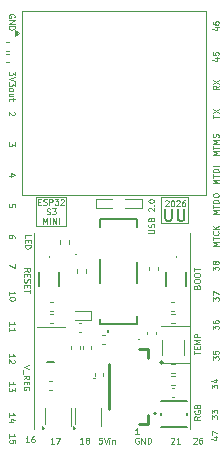
<source format=gbr>
%TF.GenerationSoftware,KiCad,Pcbnew,9.0.7-9.0.7~ubuntu22.04.1*%
%TF.CreationDate,2026-02-12T22:58:37-07:00*%
%TF.ProjectId,ESP32-S3-MINI-1U_UU,45535033-322d-4533-932d-4d494e492d31,rev?*%
%TF.SameCoordinates,Original*%
%TF.FileFunction,Legend,Top*%
%TF.FilePolarity,Positive*%
%FSLAX46Y46*%
G04 Gerber Fmt 4.6, Leading zero omitted, Abs format (unit mm)*
G04 Created by KiCad (PCBNEW 9.0.7-9.0.7~ubuntu22.04.1) date 2026-02-12 22:58:37*
%MOMM*%
%LPD*%
G01*
G04 APERTURE LIST*
%ADD10C,0.100000*%
%ADD11C,0.200000*%
%ADD12C,0.120000*%
%ADD13C,0.127000*%
%ADD14C,0.254000*%
G04 APERTURE END LIST*
D10*
X256140000Y-127000000D02*
X253840000Y-127000000D01*
X245840000Y-124800000D02*
X243240000Y-124800000D01*
X253890000Y-135700000D02*
X256190000Y-135700000D01*
X245840000Y-127200000D02*
X245840000Y-124800000D01*
X253840000Y-124800000D02*
X256140000Y-124800000D01*
X243390000Y-135800000D02*
X245690000Y-135800000D01*
X253890000Y-138800000D02*
X256190000Y-138800000D01*
X256340000Y-127800000D02*
X256340000Y-144400000D01*
X253840000Y-127000000D02*
X253840000Y-124800000D01*
X243240000Y-124800000D02*
X243240000Y-127200000D01*
X243090000Y-127800000D02*
X243090000Y-144400000D01*
X256140000Y-124800000D02*
X256140000Y-127000000D01*
X243240000Y-127200000D02*
X245840000Y-127200000D01*
X240966390Y-143346741D02*
X240966390Y-143061027D01*
X240966390Y-143203884D02*
X241466390Y-143203884D01*
X241466390Y-143203884D02*
X241394961Y-143156265D01*
X241394961Y-143156265D02*
X241347342Y-143108646D01*
X241347342Y-143108646D02*
X241323533Y-143061027D01*
X241299723Y-143775312D02*
X240966390Y-143775312D01*
X241490200Y-143656264D02*
X241133057Y-143537217D01*
X241133057Y-143537217D02*
X241133057Y-143846740D01*
X258733609Y-123615163D02*
X258233609Y-123615163D01*
X258233609Y-123615163D02*
X258590752Y-123448496D01*
X258590752Y-123448496D02*
X258233609Y-123281830D01*
X258233609Y-123281830D02*
X258733609Y-123281830D01*
X258233609Y-123115162D02*
X258233609Y-122829448D01*
X258733609Y-122972305D02*
X258233609Y-122972305D01*
X258733609Y-122662782D02*
X258233609Y-122662782D01*
X258233609Y-122662782D02*
X258233609Y-122543734D01*
X258233609Y-122543734D02*
X258257419Y-122472306D01*
X258257419Y-122472306D02*
X258305038Y-122424687D01*
X258305038Y-122424687D02*
X258352657Y-122400877D01*
X258352657Y-122400877D02*
X258447895Y-122377068D01*
X258447895Y-122377068D02*
X258519323Y-122377068D01*
X258519323Y-122377068D02*
X258614561Y-122400877D01*
X258614561Y-122400877D02*
X258662180Y-122424687D01*
X258662180Y-122424687D02*
X258709800Y-122472306D01*
X258709800Y-122472306D02*
X258733609Y-122543734D01*
X258733609Y-122543734D02*
X258733609Y-122662782D01*
X258733609Y-122162782D02*
X258233609Y-122162782D01*
X241418771Y-117561027D02*
X241442580Y-117584836D01*
X241442580Y-117584836D02*
X241466390Y-117632455D01*
X241466390Y-117632455D02*
X241466390Y-117751503D01*
X241466390Y-117751503D02*
X241442580Y-117799122D01*
X241442580Y-117799122D02*
X241418771Y-117822931D01*
X241418771Y-117822931D02*
X241371152Y-117846741D01*
X241371152Y-117846741D02*
X241323533Y-117846741D01*
X241323533Y-117846741D02*
X241252104Y-117822931D01*
X241252104Y-117822931D02*
X240966390Y-117537217D01*
X240966390Y-117537217D02*
X240966390Y-117846741D01*
X241466390Y-130437217D02*
X241466390Y-130770550D01*
X241466390Y-130770550D02*
X240966390Y-130556265D01*
X258233609Y-138562782D02*
X258233609Y-138253258D01*
X258233609Y-138253258D02*
X258424085Y-138419925D01*
X258424085Y-138419925D02*
X258424085Y-138348496D01*
X258424085Y-138348496D02*
X258447895Y-138300877D01*
X258447895Y-138300877D02*
X258471704Y-138277068D01*
X258471704Y-138277068D02*
X258519323Y-138253258D01*
X258519323Y-138253258D02*
X258638371Y-138253258D01*
X258638371Y-138253258D02*
X258685990Y-138277068D01*
X258685990Y-138277068D02*
X258709800Y-138300877D01*
X258709800Y-138300877D02*
X258733609Y-138348496D01*
X258733609Y-138348496D02*
X258733609Y-138491353D01*
X258733609Y-138491353D02*
X258709800Y-138538972D01*
X258709800Y-138538972D02*
X258685990Y-138562782D01*
X258233609Y-137800878D02*
X258233609Y-138038973D01*
X258233609Y-138038973D02*
X258471704Y-138062782D01*
X258471704Y-138062782D02*
X258447895Y-138038973D01*
X258447895Y-138038973D02*
X258424085Y-137991354D01*
X258424085Y-137991354D02*
X258424085Y-137872306D01*
X258424085Y-137872306D02*
X258447895Y-137824687D01*
X258447895Y-137824687D02*
X258471704Y-137800878D01*
X258471704Y-137800878D02*
X258519323Y-137777068D01*
X258519323Y-137777068D02*
X258638371Y-137777068D01*
X258638371Y-137777068D02*
X258685990Y-137800878D01*
X258685990Y-137800878D02*
X258709800Y-137824687D01*
X258709800Y-137824687D02*
X258733609Y-137872306D01*
X258733609Y-137872306D02*
X258733609Y-137991354D01*
X258733609Y-137991354D02*
X258709800Y-138038973D01*
X258709800Y-138038973D02*
X258685990Y-138062782D01*
X241006390Y-135646741D02*
X241006390Y-135361027D01*
X241006390Y-135503884D02*
X241506390Y-135503884D01*
X241506390Y-135503884D02*
X241434961Y-135456265D01*
X241434961Y-135456265D02*
X241387342Y-135408646D01*
X241387342Y-135408646D02*
X241363533Y-135361027D01*
X241006390Y-136122931D02*
X241006390Y-135837217D01*
X241006390Y-135980074D02*
X241506390Y-135980074D01*
X241506390Y-135980074D02*
X241434961Y-135932455D01*
X241434961Y-135932455D02*
X241387342Y-135884836D01*
X241387342Y-135884836D02*
X241363533Y-135837217D01*
X242686741Y-145533609D02*
X242401027Y-145533609D01*
X242543884Y-145533609D02*
X242543884Y-145033609D01*
X242543884Y-145033609D02*
X242496265Y-145105038D01*
X242496265Y-145105038D02*
X242448646Y-145152657D01*
X242448646Y-145152657D02*
X242401027Y-145176466D01*
X243115312Y-145033609D02*
X243020074Y-145033609D01*
X243020074Y-145033609D02*
X242972455Y-145057419D01*
X242972455Y-145057419D02*
X242948645Y-145081228D01*
X242948645Y-145081228D02*
X242901026Y-145152657D01*
X242901026Y-145152657D02*
X242877217Y-145247895D01*
X242877217Y-145247895D02*
X242877217Y-145438371D01*
X242877217Y-145438371D02*
X242901026Y-145485990D01*
X242901026Y-145485990D02*
X242924836Y-145509800D01*
X242924836Y-145509800D02*
X242972455Y-145533609D01*
X242972455Y-145533609D02*
X243067693Y-145533609D01*
X243067693Y-145533609D02*
X243115312Y-145509800D01*
X243115312Y-145509800D02*
X243139121Y-145485990D01*
X243139121Y-145485990D02*
X243162931Y-145438371D01*
X243162931Y-145438371D02*
X243162931Y-145319323D01*
X243162931Y-145319323D02*
X243139121Y-145271704D01*
X243139121Y-145271704D02*
X243115312Y-145247895D01*
X243115312Y-145247895D02*
X243067693Y-145224085D01*
X243067693Y-145224085D02*
X242972455Y-145224085D01*
X242972455Y-145224085D02*
X242924836Y-145247895D01*
X242924836Y-145247895D02*
X242901026Y-145271704D01*
X242901026Y-145271704D02*
X242877217Y-145319323D01*
X241466390Y-125622931D02*
X241466390Y-125384836D01*
X241466390Y-125384836D02*
X241228295Y-125361027D01*
X241228295Y-125361027D02*
X241252104Y-125384836D01*
X241252104Y-125384836D02*
X241275914Y-125432455D01*
X241275914Y-125432455D02*
X241275914Y-125551503D01*
X241275914Y-125551503D02*
X241252104Y-125599122D01*
X241252104Y-125599122D02*
X241228295Y-125622931D01*
X241228295Y-125622931D02*
X241180676Y-125646741D01*
X241180676Y-125646741D02*
X241061628Y-125646741D01*
X241061628Y-125646741D02*
X241014009Y-125622931D01*
X241014009Y-125622931D02*
X240990200Y-125599122D01*
X240990200Y-125599122D02*
X240966390Y-125551503D01*
X240966390Y-125551503D02*
X240966390Y-125432455D01*
X240966390Y-125432455D02*
X240990200Y-125384836D01*
X240990200Y-125384836D02*
X241014009Y-125361027D01*
X242266390Y-131070550D02*
X242504485Y-130903884D01*
X242266390Y-130784836D02*
X242766390Y-130784836D01*
X242766390Y-130784836D02*
X242766390Y-130975312D01*
X242766390Y-130975312D02*
X242742580Y-131022931D01*
X242742580Y-131022931D02*
X242718771Y-131046741D01*
X242718771Y-131046741D02*
X242671152Y-131070550D01*
X242671152Y-131070550D02*
X242599723Y-131070550D01*
X242599723Y-131070550D02*
X242552104Y-131046741D01*
X242552104Y-131046741D02*
X242528295Y-131022931D01*
X242528295Y-131022931D02*
X242504485Y-130975312D01*
X242504485Y-130975312D02*
X242504485Y-130784836D01*
X242528295Y-131284836D02*
X242528295Y-131451503D01*
X242266390Y-131522931D02*
X242266390Y-131284836D01*
X242266390Y-131284836D02*
X242766390Y-131284836D01*
X242766390Y-131284836D02*
X242766390Y-131522931D01*
X242290200Y-131713408D02*
X242266390Y-131784836D01*
X242266390Y-131784836D02*
X242266390Y-131903884D01*
X242266390Y-131903884D02*
X242290200Y-131951503D01*
X242290200Y-131951503D02*
X242314009Y-131975312D01*
X242314009Y-131975312D02*
X242361628Y-131999122D01*
X242361628Y-131999122D02*
X242409247Y-131999122D01*
X242409247Y-131999122D02*
X242456866Y-131975312D01*
X242456866Y-131975312D02*
X242480676Y-131951503D01*
X242480676Y-131951503D02*
X242504485Y-131903884D01*
X242504485Y-131903884D02*
X242528295Y-131808646D01*
X242528295Y-131808646D02*
X242552104Y-131761027D01*
X242552104Y-131761027D02*
X242575914Y-131737217D01*
X242575914Y-131737217D02*
X242623533Y-131713408D01*
X242623533Y-131713408D02*
X242671152Y-131713408D01*
X242671152Y-131713408D02*
X242718771Y-131737217D01*
X242718771Y-131737217D02*
X242742580Y-131761027D01*
X242742580Y-131761027D02*
X242766390Y-131808646D01*
X242766390Y-131808646D02*
X242766390Y-131927693D01*
X242766390Y-131927693D02*
X242742580Y-131999122D01*
X242528295Y-132213407D02*
X242528295Y-132380074D01*
X242266390Y-132451502D02*
X242266390Y-132213407D01*
X242266390Y-132213407D02*
X242766390Y-132213407D01*
X242766390Y-132213407D02*
X242766390Y-132451502D01*
X242766390Y-132594360D02*
X242766390Y-132880074D01*
X242266390Y-132737217D02*
X242766390Y-132737217D01*
X256601027Y-145181228D02*
X256624836Y-145157419D01*
X256624836Y-145157419D02*
X256672455Y-145133609D01*
X256672455Y-145133609D02*
X256791503Y-145133609D01*
X256791503Y-145133609D02*
X256839122Y-145157419D01*
X256839122Y-145157419D02*
X256862931Y-145181228D01*
X256862931Y-145181228D02*
X256886741Y-145228847D01*
X256886741Y-145228847D02*
X256886741Y-145276466D01*
X256886741Y-145276466D02*
X256862931Y-145347895D01*
X256862931Y-145347895D02*
X256577217Y-145633609D01*
X256577217Y-145633609D02*
X256886741Y-145633609D01*
X257315312Y-145133609D02*
X257220074Y-145133609D01*
X257220074Y-145133609D02*
X257172455Y-145157419D01*
X257172455Y-145157419D02*
X257148645Y-145181228D01*
X257148645Y-145181228D02*
X257101026Y-145252657D01*
X257101026Y-145252657D02*
X257077217Y-145347895D01*
X257077217Y-145347895D02*
X257077217Y-145538371D01*
X257077217Y-145538371D02*
X257101026Y-145585990D01*
X257101026Y-145585990D02*
X257124836Y-145609800D01*
X257124836Y-145609800D02*
X257172455Y-145633609D01*
X257172455Y-145633609D02*
X257267693Y-145633609D01*
X257267693Y-145633609D02*
X257315312Y-145609800D01*
X257315312Y-145609800D02*
X257339121Y-145585990D01*
X257339121Y-145585990D02*
X257362931Y-145538371D01*
X257362931Y-145538371D02*
X257362931Y-145419323D01*
X257362931Y-145419323D02*
X257339121Y-145371704D01*
X257339121Y-145371704D02*
X257315312Y-145347895D01*
X257315312Y-145347895D02*
X257267693Y-145324085D01*
X257267693Y-145324085D02*
X257172455Y-145324085D01*
X257172455Y-145324085D02*
X257124836Y-145347895D01*
X257124836Y-145347895D02*
X257101026Y-145371704D01*
X257101026Y-145371704D02*
X257077217Y-145419323D01*
X258400276Y-113000877D02*
X258733609Y-113000877D01*
X258209800Y-113119925D02*
X258566942Y-113238972D01*
X258566942Y-113238972D02*
X258566942Y-112929449D01*
X258233609Y-112500878D02*
X258233609Y-112738973D01*
X258233609Y-112738973D02*
X258471704Y-112762782D01*
X258471704Y-112762782D02*
X258447895Y-112738973D01*
X258447895Y-112738973D02*
X258424085Y-112691354D01*
X258424085Y-112691354D02*
X258424085Y-112572306D01*
X258424085Y-112572306D02*
X258447895Y-112524687D01*
X258447895Y-112524687D02*
X258471704Y-112500878D01*
X258471704Y-112500878D02*
X258519323Y-112477068D01*
X258519323Y-112477068D02*
X258638371Y-112477068D01*
X258638371Y-112477068D02*
X258685990Y-112500878D01*
X258685990Y-112500878D02*
X258709800Y-112524687D01*
X258709800Y-112524687D02*
X258733609Y-112572306D01*
X258733609Y-112572306D02*
X258733609Y-112691354D01*
X258733609Y-112691354D02*
X258709800Y-112738973D01*
X258709800Y-112738973D02*
X258685990Y-112762782D01*
X258400276Y-110400877D02*
X258733609Y-110400877D01*
X258209800Y-110519925D02*
X258566942Y-110638972D01*
X258566942Y-110638972D02*
X258566942Y-110329449D01*
X258233609Y-109924687D02*
X258233609Y-110019925D01*
X258233609Y-110019925D02*
X258257419Y-110067544D01*
X258257419Y-110067544D02*
X258281228Y-110091354D01*
X258281228Y-110091354D02*
X258352657Y-110138973D01*
X258352657Y-110138973D02*
X258447895Y-110162782D01*
X258447895Y-110162782D02*
X258638371Y-110162782D01*
X258638371Y-110162782D02*
X258685990Y-110138973D01*
X258685990Y-110138973D02*
X258709800Y-110115163D01*
X258709800Y-110115163D02*
X258733609Y-110067544D01*
X258733609Y-110067544D02*
X258733609Y-109972306D01*
X258733609Y-109972306D02*
X258709800Y-109924687D01*
X258709800Y-109924687D02*
X258685990Y-109900878D01*
X258685990Y-109900878D02*
X258638371Y-109877068D01*
X258638371Y-109877068D02*
X258519323Y-109877068D01*
X258519323Y-109877068D02*
X258471704Y-109900878D01*
X258471704Y-109900878D02*
X258447895Y-109924687D01*
X258447895Y-109924687D02*
X258424085Y-109972306D01*
X258424085Y-109972306D02*
X258424085Y-110067544D01*
X258424085Y-110067544D02*
X258447895Y-110115163D01*
X258447895Y-110115163D02*
X258471704Y-110138973D01*
X258471704Y-110138973D02*
X258519323Y-110162782D01*
X258733609Y-121215163D02*
X258233609Y-121215163D01*
X258233609Y-121215163D02*
X258590752Y-121048496D01*
X258590752Y-121048496D02*
X258233609Y-120881830D01*
X258233609Y-120881830D02*
X258733609Y-120881830D01*
X258233609Y-120715162D02*
X258233609Y-120429448D01*
X258733609Y-120572305D02*
X258233609Y-120572305D01*
X258733609Y-120262782D02*
X258233609Y-120262782D01*
X258233609Y-120262782D02*
X258590752Y-120096115D01*
X258590752Y-120096115D02*
X258233609Y-119929449D01*
X258233609Y-119929449D02*
X258733609Y-119929449D01*
X258709800Y-119715162D02*
X258733609Y-119643734D01*
X258733609Y-119643734D02*
X258733609Y-119524686D01*
X258733609Y-119524686D02*
X258709800Y-119477067D01*
X258709800Y-119477067D02*
X258685990Y-119453258D01*
X258685990Y-119453258D02*
X258638371Y-119429448D01*
X258638371Y-119429448D02*
X258590752Y-119429448D01*
X258590752Y-119429448D02*
X258543133Y-119453258D01*
X258543133Y-119453258D02*
X258519323Y-119477067D01*
X258519323Y-119477067D02*
X258495514Y-119524686D01*
X258495514Y-119524686D02*
X258471704Y-119619924D01*
X258471704Y-119619924D02*
X258447895Y-119667543D01*
X258447895Y-119667543D02*
X258424085Y-119691353D01*
X258424085Y-119691353D02*
X258376466Y-119715162D01*
X258376466Y-119715162D02*
X258328847Y-119715162D01*
X258328847Y-119715162D02*
X258281228Y-119691353D01*
X258281228Y-119691353D02*
X258257419Y-119667543D01*
X258257419Y-119667543D02*
X258233609Y-119619924D01*
X258233609Y-119619924D02*
X258233609Y-119500877D01*
X258233609Y-119500877D02*
X258257419Y-119429448D01*
X251946741Y-144833609D02*
X251661027Y-144833609D01*
X251803884Y-144833609D02*
X251803884Y-144333609D01*
X251803884Y-144333609D02*
X251756265Y-144405038D01*
X251756265Y-144405038D02*
X251708646Y-144452657D01*
X251708646Y-144452657D02*
X251661027Y-144476466D01*
X258300276Y-145100877D02*
X258633609Y-145100877D01*
X258109800Y-145219925D02*
X258466942Y-145338972D01*
X258466942Y-145338972D02*
X258466942Y-145029449D01*
X258133609Y-144886592D02*
X258133609Y-144553259D01*
X258133609Y-144553259D02*
X258633609Y-144767544D01*
X241466390Y-120137217D02*
X241466390Y-120446741D01*
X241466390Y-120446741D02*
X241275914Y-120280074D01*
X241275914Y-120280074D02*
X241275914Y-120351503D01*
X241275914Y-120351503D02*
X241252104Y-120399122D01*
X241252104Y-120399122D02*
X241228295Y-120422931D01*
X241228295Y-120422931D02*
X241180676Y-120446741D01*
X241180676Y-120446741D02*
X241061628Y-120446741D01*
X241061628Y-120446741D02*
X241014009Y-120422931D01*
X241014009Y-120422931D02*
X240990200Y-120399122D01*
X240990200Y-120399122D02*
X240966390Y-120351503D01*
X240966390Y-120351503D02*
X240966390Y-120208646D01*
X240966390Y-120208646D02*
X240990200Y-120161027D01*
X240990200Y-120161027D02*
X241014009Y-120137217D01*
X241006390Y-133046741D02*
X241006390Y-132761027D01*
X241006390Y-132903884D02*
X241506390Y-132903884D01*
X241506390Y-132903884D02*
X241434961Y-132856265D01*
X241434961Y-132856265D02*
X241387342Y-132808646D01*
X241387342Y-132808646D02*
X241363533Y-132761027D01*
X241506390Y-133356264D02*
X241506390Y-133403883D01*
X241506390Y-133403883D02*
X241482580Y-133451502D01*
X241482580Y-133451502D02*
X241458771Y-133475312D01*
X241458771Y-133475312D02*
X241411152Y-133499121D01*
X241411152Y-133499121D02*
X241315914Y-133522931D01*
X241315914Y-133522931D02*
X241196866Y-133522931D01*
X241196866Y-133522931D02*
X241101628Y-133499121D01*
X241101628Y-133499121D02*
X241054009Y-133475312D01*
X241054009Y-133475312D02*
X241030200Y-133451502D01*
X241030200Y-133451502D02*
X241006390Y-133403883D01*
X241006390Y-133403883D02*
X241006390Y-133356264D01*
X241006390Y-133356264D02*
X241030200Y-133308645D01*
X241030200Y-133308645D02*
X241054009Y-133284836D01*
X241054009Y-133284836D02*
X241101628Y-133261026D01*
X241101628Y-133261026D02*
X241196866Y-133237217D01*
X241196866Y-133237217D02*
X241315914Y-133237217D01*
X241315914Y-133237217D02*
X241411152Y-133261026D01*
X241411152Y-133261026D02*
X241458771Y-133284836D01*
X241458771Y-133284836D02*
X241482580Y-133308645D01*
X241482580Y-133308645D02*
X241506390Y-133356264D01*
X240966390Y-138346741D02*
X240966390Y-138061027D01*
X240966390Y-138203884D02*
X241466390Y-138203884D01*
X241466390Y-138203884D02*
X241394961Y-138156265D01*
X241394961Y-138156265D02*
X241347342Y-138108646D01*
X241347342Y-138108646D02*
X241323533Y-138061027D01*
X241418771Y-138537217D02*
X241442580Y-138561026D01*
X241442580Y-138561026D02*
X241466390Y-138608645D01*
X241466390Y-138608645D02*
X241466390Y-138727693D01*
X241466390Y-138727693D02*
X241442580Y-138775312D01*
X241442580Y-138775312D02*
X241418771Y-138799121D01*
X241418771Y-138799121D02*
X241371152Y-138822931D01*
X241371152Y-138822931D02*
X241323533Y-138822931D01*
X241323533Y-138822931D02*
X241252104Y-138799121D01*
X241252104Y-138799121D02*
X240966390Y-138513407D01*
X240966390Y-138513407D02*
X240966390Y-138822931D01*
X254701027Y-145181228D02*
X254724836Y-145157419D01*
X254724836Y-145157419D02*
X254772455Y-145133609D01*
X254772455Y-145133609D02*
X254891503Y-145133609D01*
X254891503Y-145133609D02*
X254939122Y-145157419D01*
X254939122Y-145157419D02*
X254962931Y-145181228D01*
X254962931Y-145181228D02*
X254986741Y-145228847D01*
X254986741Y-145228847D02*
X254986741Y-145276466D01*
X254986741Y-145276466D02*
X254962931Y-145347895D01*
X254962931Y-145347895D02*
X254677217Y-145633609D01*
X254677217Y-145633609D02*
X254986741Y-145633609D01*
X255462931Y-145633609D02*
X255177217Y-145633609D01*
X255320074Y-145633609D02*
X255320074Y-145133609D01*
X255320074Y-145133609D02*
X255272455Y-145205038D01*
X255272455Y-145205038D02*
X255224836Y-145252657D01*
X255224836Y-145252657D02*
X255177217Y-145276466D01*
X247286741Y-145633609D02*
X247001027Y-145633609D01*
X247143884Y-145633609D02*
X247143884Y-145133609D01*
X247143884Y-145133609D02*
X247096265Y-145205038D01*
X247096265Y-145205038D02*
X247048646Y-145252657D01*
X247048646Y-145252657D02*
X247001027Y-145276466D01*
X247572455Y-145347895D02*
X247524836Y-145324085D01*
X247524836Y-145324085D02*
X247501026Y-145300276D01*
X247501026Y-145300276D02*
X247477217Y-145252657D01*
X247477217Y-145252657D02*
X247477217Y-145228847D01*
X247477217Y-145228847D02*
X247501026Y-145181228D01*
X247501026Y-145181228D02*
X247524836Y-145157419D01*
X247524836Y-145157419D02*
X247572455Y-145133609D01*
X247572455Y-145133609D02*
X247667693Y-145133609D01*
X247667693Y-145133609D02*
X247715312Y-145157419D01*
X247715312Y-145157419D02*
X247739121Y-145181228D01*
X247739121Y-145181228D02*
X247762931Y-145228847D01*
X247762931Y-145228847D02*
X247762931Y-145252657D01*
X247762931Y-145252657D02*
X247739121Y-145300276D01*
X247739121Y-145300276D02*
X247715312Y-145324085D01*
X247715312Y-145324085D02*
X247667693Y-145347895D01*
X247667693Y-145347895D02*
X247572455Y-145347895D01*
X247572455Y-145347895D02*
X247524836Y-145371704D01*
X247524836Y-145371704D02*
X247501026Y-145395514D01*
X247501026Y-145395514D02*
X247477217Y-145443133D01*
X247477217Y-145443133D02*
X247477217Y-145538371D01*
X247477217Y-145538371D02*
X247501026Y-145585990D01*
X247501026Y-145585990D02*
X247524836Y-145609800D01*
X247524836Y-145609800D02*
X247572455Y-145633609D01*
X247572455Y-145633609D02*
X247667693Y-145633609D01*
X247667693Y-145633609D02*
X247715312Y-145609800D01*
X247715312Y-145609800D02*
X247739121Y-145585990D01*
X247739121Y-145585990D02*
X247762931Y-145538371D01*
X247762931Y-145538371D02*
X247762931Y-145443133D01*
X247762931Y-145443133D02*
X247739121Y-145395514D01*
X247739121Y-145395514D02*
X247715312Y-145371704D01*
X247715312Y-145371704D02*
X247667693Y-145347895D01*
X258733609Y-126215163D02*
X258233609Y-126215163D01*
X258233609Y-126215163D02*
X258590752Y-126048496D01*
X258590752Y-126048496D02*
X258233609Y-125881830D01*
X258233609Y-125881830D02*
X258733609Y-125881830D01*
X258233609Y-125715162D02*
X258233609Y-125429448D01*
X258733609Y-125572305D02*
X258233609Y-125572305D01*
X258733609Y-125262782D02*
X258233609Y-125262782D01*
X258233609Y-125262782D02*
X258233609Y-125143734D01*
X258233609Y-125143734D02*
X258257419Y-125072306D01*
X258257419Y-125072306D02*
X258305038Y-125024687D01*
X258305038Y-125024687D02*
X258352657Y-125000877D01*
X258352657Y-125000877D02*
X258447895Y-124977068D01*
X258447895Y-124977068D02*
X258519323Y-124977068D01*
X258519323Y-124977068D02*
X258614561Y-125000877D01*
X258614561Y-125000877D02*
X258662180Y-125024687D01*
X258662180Y-125024687D02*
X258709800Y-125072306D01*
X258709800Y-125072306D02*
X258733609Y-125143734D01*
X258733609Y-125143734D02*
X258733609Y-125262782D01*
X258233609Y-124667544D02*
X258233609Y-124572306D01*
X258233609Y-124572306D02*
X258257419Y-124524687D01*
X258257419Y-124524687D02*
X258305038Y-124477068D01*
X258305038Y-124477068D02*
X258400276Y-124453258D01*
X258400276Y-124453258D02*
X258566942Y-124453258D01*
X258566942Y-124453258D02*
X258662180Y-124477068D01*
X258662180Y-124477068D02*
X258709800Y-124524687D01*
X258709800Y-124524687D02*
X258733609Y-124572306D01*
X258733609Y-124572306D02*
X258733609Y-124667544D01*
X258733609Y-124667544D02*
X258709800Y-124715163D01*
X258709800Y-124715163D02*
X258662180Y-124762782D01*
X258662180Y-124762782D02*
X258566942Y-124786591D01*
X258566942Y-124786591D02*
X258400276Y-124786591D01*
X258400276Y-124786591D02*
X258305038Y-124762782D01*
X258305038Y-124762782D02*
X258257419Y-124715163D01*
X258257419Y-124715163D02*
X258233609Y-124667544D01*
X258233609Y-133562782D02*
X258233609Y-133253258D01*
X258233609Y-133253258D02*
X258424085Y-133419925D01*
X258424085Y-133419925D02*
X258424085Y-133348496D01*
X258424085Y-133348496D02*
X258447895Y-133300877D01*
X258447895Y-133300877D02*
X258471704Y-133277068D01*
X258471704Y-133277068D02*
X258519323Y-133253258D01*
X258519323Y-133253258D02*
X258638371Y-133253258D01*
X258638371Y-133253258D02*
X258685990Y-133277068D01*
X258685990Y-133277068D02*
X258709800Y-133300877D01*
X258709800Y-133300877D02*
X258733609Y-133348496D01*
X258733609Y-133348496D02*
X258733609Y-133491353D01*
X258733609Y-133491353D02*
X258709800Y-133538972D01*
X258709800Y-133538972D02*
X258685990Y-133562782D01*
X258233609Y-133086592D02*
X258233609Y-132753259D01*
X258233609Y-132753259D02*
X258733609Y-132967544D01*
X241471362Y-114137217D02*
X241471362Y-114446741D01*
X241471362Y-114446741D02*
X241280886Y-114280074D01*
X241280886Y-114280074D02*
X241280886Y-114351503D01*
X241280886Y-114351503D02*
X241257076Y-114399122D01*
X241257076Y-114399122D02*
X241233267Y-114422931D01*
X241233267Y-114422931D02*
X241185648Y-114446741D01*
X241185648Y-114446741D02*
X241066600Y-114446741D01*
X241066600Y-114446741D02*
X241018981Y-114422931D01*
X241018981Y-114422931D02*
X240995172Y-114399122D01*
X240995172Y-114399122D02*
X240971362Y-114351503D01*
X240971362Y-114351503D02*
X240971362Y-114208646D01*
X240971362Y-114208646D02*
X240995172Y-114161027D01*
X240995172Y-114161027D02*
X241018981Y-114137217D01*
X241471362Y-114589598D02*
X240971362Y-114756264D01*
X240971362Y-114756264D02*
X241471362Y-114922931D01*
X241471362Y-115041978D02*
X241471362Y-115351502D01*
X241471362Y-115351502D02*
X241280886Y-115184835D01*
X241280886Y-115184835D02*
X241280886Y-115256264D01*
X241280886Y-115256264D02*
X241257076Y-115303883D01*
X241257076Y-115303883D02*
X241233267Y-115327692D01*
X241233267Y-115327692D02*
X241185648Y-115351502D01*
X241185648Y-115351502D02*
X241066600Y-115351502D01*
X241066600Y-115351502D02*
X241018981Y-115327692D01*
X241018981Y-115327692D02*
X240995172Y-115303883D01*
X240995172Y-115303883D02*
X240971362Y-115256264D01*
X240971362Y-115256264D02*
X240971362Y-115113407D01*
X240971362Y-115113407D02*
X240995172Y-115065788D01*
X240995172Y-115065788D02*
X241018981Y-115041978D01*
X240971362Y-115637216D02*
X240995172Y-115589597D01*
X240995172Y-115589597D02*
X241018981Y-115565787D01*
X241018981Y-115565787D02*
X241066600Y-115541978D01*
X241066600Y-115541978D02*
X241209457Y-115541978D01*
X241209457Y-115541978D02*
X241257076Y-115565787D01*
X241257076Y-115565787D02*
X241280886Y-115589597D01*
X241280886Y-115589597D02*
X241304695Y-115637216D01*
X241304695Y-115637216D02*
X241304695Y-115708644D01*
X241304695Y-115708644D02*
X241280886Y-115756263D01*
X241280886Y-115756263D02*
X241257076Y-115780073D01*
X241257076Y-115780073D02*
X241209457Y-115803882D01*
X241209457Y-115803882D02*
X241066600Y-115803882D01*
X241066600Y-115803882D02*
X241018981Y-115780073D01*
X241018981Y-115780073D02*
X240995172Y-115756263D01*
X240995172Y-115756263D02*
X240971362Y-115708644D01*
X240971362Y-115708644D02*
X240971362Y-115637216D01*
X241304695Y-116232454D02*
X240971362Y-116232454D01*
X241304695Y-116018168D02*
X241042791Y-116018168D01*
X241042791Y-116018168D02*
X240995172Y-116041978D01*
X240995172Y-116041978D02*
X240971362Y-116089597D01*
X240971362Y-116089597D02*
X240971362Y-116161025D01*
X240971362Y-116161025D02*
X240995172Y-116208644D01*
X240995172Y-116208644D02*
X241018981Y-116232454D01*
X241304695Y-116399121D02*
X241304695Y-116589597D01*
X241471362Y-116470549D02*
X241042791Y-116470549D01*
X241042791Y-116470549D02*
X240995172Y-116494359D01*
X240995172Y-116494359D02*
X240971362Y-116541978D01*
X240971362Y-116541978D02*
X240971362Y-116589597D01*
X254201027Y-125081228D02*
X254224836Y-125057419D01*
X254224836Y-125057419D02*
X254272455Y-125033609D01*
X254272455Y-125033609D02*
X254391503Y-125033609D01*
X254391503Y-125033609D02*
X254439122Y-125057419D01*
X254439122Y-125057419D02*
X254462931Y-125081228D01*
X254462931Y-125081228D02*
X254486741Y-125128847D01*
X254486741Y-125128847D02*
X254486741Y-125176466D01*
X254486741Y-125176466D02*
X254462931Y-125247895D01*
X254462931Y-125247895D02*
X254177217Y-125533609D01*
X254177217Y-125533609D02*
X254486741Y-125533609D01*
X254796264Y-125033609D02*
X254843883Y-125033609D01*
X254843883Y-125033609D02*
X254891502Y-125057419D01*
X254891502Y-125057419D02*
X254915312Y-125081228D01*
X254915312Y-125081228D02*
X254939121Y-125128847D01*
X254939121Y-125128847D02*
X254962931Y-125224085D01*
X254962931Y-125224085D02*
X254962931Y-125343133D01*
X254962931Y-125343133D02*
X254939121Y-125438371D01*
X254939121Y-125438371D02*
X254915312Y-125485990D01*
X254915312Y-125485990D02*
X254891502Y-125509800D01*
X254891502Y-125509800D02*
X254843883Y-125533609D01*
X254843883Y-125533609D02*
X254796264Y-125533609D01*
X254796264Y-125533609D02*
X254748645Y-125509800D01*
X254748645Y-125509800D02*
X254724836Y-125485990D01*
X254724836Y-125485990D02*
X254701026Y-125438371D01*
X254701026Y-125438371D02*
X254677217Y-125343133D01*
X254677217Y-125343133D02*
X254677217Y-125224085D01*
X254677217Y-125224085D02*
X254701026Y-125128847D01*
X254701026Y-125128847D02*
X254724836Y-125081228D01*
X254724836Y-125081228D02*
X254748645Y-125057419D01*
X254748645Y-125057419D02*
X254796264Y-125033609D01*
X255153407Y-125081228D02*
X255177216Y-125057419D01*
X255177216Y-125057419D02*
X255224835Y-125033609D01*
X255224835Y-125033609D02*
X255343883Y-125033609D01*
X255343883Y-125033609D02*
X255391502Y-125057419D01*
X255391502Y-125057419D02*
X255415311Y-125081228D01*
X255415311Y-125081228D02*
X255439121Y-125128847D01*
X255439121Y-125128847D02*
X255439121Y-125176466D01*
X255439121Y-125176466D02*
X255415311Y-125247895D01*
X255415311Y-125247895D02*
X255129597Y-125533609D01*
X255129597Y-125533609D02*
X255439121Y-125533609D01*
X255867692Y-125033609D02*
X255772454Y-125033609D01*
X255772454Y-125033609D02*
X255724835Y-125057419D01*
X255724835Y-125057419D02*
X255701025Y-125081228D01*
X255701025Y-125081228D02*
X255653406Y-125152657D01*
X255653406Y-125152657D02*
X255629597Y-125247895D01*
X255629597Y-125247895D02*
X255629597Y-125438371D01*
X255629597Y-125438371D02*
X255653406Y-125485990D01*
X255653406Y-125485990D02*
X255677216Y-125509800D01*
X255677216Y-125509800D02*
X255724835Y-125533609D01*
X255724835Y-125533609D02*
X255820073Y-125533609D01*
X255820073Y-125533609D02*
X255867692Y-125509800D01*
X255867692Y-125509800D02*
X255891501Y-125485990D01*
X255891501Y-125485990D02*
X255915311Y-125438371D01*
X255915311Y-125438371D02*
X255915311Y-125319323D01*
X255915311Y-125319323D02*
X255891501Y-125271704D01*
X255891501Y-125271704D02*
X255867692Y-125247895D01*
X255867692Y-125247895D02*
X255820073Y-125224085D01*
X255820073Y-125224085D02*
X255724835Y-125224085D01*
X255724835Y-125224085D02*
X255677216Y-125247895D01*
X255677216Y-125247895D02*
X255653406Y-125271704D01*
X255653406Y-125271704D02*
X255629597Y-125319323D01*
X242306390Y-128222931D02*
X242306390Y-127984836D01*
X242306390Y-127984836D02*
X242806390Y-127984836D01*
X242568295Y-128389598D02*
X242568295Y-128556265D01*
X242306390Y-128627693D02*
X242306390Y-128389598D01*
X242306390Y-128389598D02*
X242806390Y-128389598D01*
X242806390Y-128389598D02*
X242806390Y-128627693D01*
X242306390Y-128841979D02*
X242806390Y-128841979D01*
X242806390Y-128841979D02*
X242806390Y-128961027D01*
X242806390Y-128961027D02*
X242782580Y-129032455D01*
X242782580Y-129032455D02*
X242734961Y-129080074D01*
X242734961Y-129080074D02*
X242687342Y-129103884D01*
X242687342Y-129103884D02*
X242592104Y-129127693D01*
X242592104Y-129127693D02*
X242520676Y-129127693D01*
X242520676Y-129127693D02*
X242425438Y-129103884D01*
X242425438Y-129103884D02*
X242377819Y-129080074D01*
X242377819Y-129080074D02*
X242330200Y-129032455D01*
X242330200Y-129032455D02*
X242306390Y-128961027D01*
X242306390Y-128961027D02*
X242306390Y-128841979D01*
X257173609Y-143329449D02*
X256935514Y-143496115D01*
X257173609Y-143615163D02*
X256673609Y-143615163D01*
X256673609Y-143615163D02*
X256673609Y-143424687D01*
X256673609Y-143424687D02*
X256697419Y-143377068D01*
X256697419Y-143377068D02*
X256721228Y-143353258D01*
X256721228Y-143353258D02*
X256768847Y-143329449D01*
X256768847Y-143329449D02*
X256840276Y-143329449D01*
X256840276Y-143329449D02*
X256887895Y-143353258D01*
X256887895Y-143353258D02*
X256911704Y-143377068D01*
X256911704Y-143377068D02*
X256935514Y-143424687D01*
X256935514Y-143424687D02*
X256935514Y-143615163D01*
X256697419Y-142853258D02*
X256673609Y-142900877D01*
X256673609Y-142900877D02*
X256673609Y-142972306D01*
X256673609Y-142972306D02*
X256697419Y-143043734D01*
X256697419Y-143043734D02*
X256745038Y-143091353D01*
X256745038Y-143091353D02*
X256792657Y-143115163D01*
X256792657Y-143115163D02*
X256887895Y-143138972D01*
X256887895Y-143138972D02*
X256959323Y-143138972D01*
X256959323Y-143138972D02*
X257054561Y-143115163D01*
X257054561Y-143115163D02*
X257102180Y-143091353D01*
X257102180Y-143091353D02*
X257149800Y-143043734D01*
X257149800Y-143043734D02*
X257173609Y-142972306D01*
X257173609Y-142972306D02*
X257173609Y-142924687D01*
X257173609Y-142924687D02*
X257149800Y-142853258D01*
X257149800Y-142853258D02*
X257125990Y-142829449D01*
X257125990Y-142829449D02*
X256959323Y-142829449D01*
X256959323Y-142829449D02*
X256959323Y-142924687D01*
X256911704Y-142448496D02*
X256935514Y-142377068D01*
X256935514Y-142377068D02*
X256959323Y-142353258D01*
X256959323Y-142353258D02*
X257006942Y-142329449D01*
X257006942Y-142329449D02*
X257078371Y-142329449D01*
X257078371Y-142329449D02*
X257125990Y-142353258D01*
X257125990Y-142353258D02*
X257149800Y-142377068D01*
X257149800Y-142377068D02*
X257173609Y-142424687D01*
X257173609Y-142424687D02*
X257173609Y-142615163D01*
X257173609Y-142615163D02*
X256673609Y-142615163D01*
X256673609Y-142615163D02*
X256673609Y-142448496D01*
X256673609Y-142448496D02*
X256697419Y-142400877D01*
X256697419Y-142400877D02*
X256721228Y-142377068D01*
X256721228Y-142377068D02*
X256768847Y-142353258D01*
X256768847Y-142353258D02*
X256816466Y-142353258D01*
X256816466Y-142353258D02*
X256864085Y-142377068D01*
X256864085Y-142377068D02*
X256887895Y-142400877D01*
X256887895Y-142400877D02*
X256911704Y-142448496D01*
X256911704Y-142448496D02*
X256911704Y-142615163D01*
X258233609Y-118086591D02*
X258233609Y-117800877D01*
X258733609Y-117943734D02*
X258233609Y-117943734D01*
X258233609Y-117681830D02*
X258733609Y-117348497D01*
X258233609Y-117348497D02*
X258733609Y-117681830D01*
X241442580Y-109546741D02*
X241466390Y-109499122D01*
X241466390Y-109499122D02*
X241466390Y-109427693D01*
X241466390Y-109427693D02*
X241442580Y-109356265D01*
X241442580Y-109356265D02*
X241394961Y-109308646D01*
X241394961Y-109308646D02*
X241347342Y-109284836D01*
X241347342Y-109284836D02*
X241252104Y-109261027D01*
X241252104Y-109261027D02*
X241180676Y-109261027D01*
X241180676Y-109261027D02*
X241085438Y-109284836D01*
X241085438Y-109284836D02*
X241037819Y-109308646D01*
X241037819Y-109308646D02*
X240990200Y-109356265D01*
X240990200Y-109356265D02*
X240966390Y-109427693D01*
X240966390Y-109427693D02*
X240966390Y-109475312D01*
X240966390Y-109475312D02*
X240990200Y-109546741D01*
X240990200Y-109546741D02*
X241014009Y-109570550D01*
X241014009Y-109570550D02*
X241180676Y-109570550D01*
X241180676Y-109570550D02*
X241180676Y-109475312D01*
X240966390Y-109784836D02*
X241466390Y-109784836D01*
X241466390Y-109784836D02*
X240966390Y-110070550D01*
X240966390Y-110070550D02*
X241466390Y-110070550D01*
X240966390Y-110308646D02*
X241466390Y-110308646D01*
X241466390Y-110308646D02*
X241466390Y-110427694D01*
X241466390Y-110427694D02*
X241442580Y-110499122D01*
X241442580Y-110499122D02*
X241394961Y-110546741D01*
X241394961Y-110546741D02*
X241347342Y-110570551D01*
X241347342Y-110570551D02*
X241252104Y-110594360D01*
X241252104Y-110594360D02*
X241180676Y-110594360D01*
X241180676Y-110594360D02*
X241085438Y-110570551D01*
X241085438Y-110570551D02*
X241037819Y-110546741D01*
X241037819Y-110546741D02*
X240990200Y-110499122D01*
X240990200Y-110499122D02*
X240966390Y-110427694D01*
X240966390Y-110427694D02*
X240966390Y-110308646D01*
X258233609Y-135962782D02*
X258233609Y-135653258D01*
X258233609Y-135653258D02*
X258424085Y-135819925D01*
X258424085Y-135819925D02*
X258424085Y-135748496D01*
X258424085Y-135748496D02*
X258447895Y-135700877D01*
X258447895Y-135700877D02*
X258471704Y-135677068D01*
X258471704Y-135677068D02*
X258519323Y-135653258D01*
X258519323Y-135653258D02*
X258638371Y-135653258D01*
X258638371Y-135653258D02*
X258685990Y-135677068D01*
X258685990Y-135677068D02*
X258709800Y-135700877D01*
X258709800Y-135700877D02*
X258733609Y-135748496D01*
X258733609Y-135748496D02*
X258733609Y-135891353D01*
X258733609Y-135891353D02*
X258709800Y-135938972D01*
X258709800Y-135938972D02*
X258685990Y-135962782D01*
X258233609Y-135224687D02*
X258233609Y-135319925D01*
X258233609Y-135319925D02*
X258257419Y-135367544D01*
X258257419Y-135367544D02*
X258281228Y-135391354D01*
X258281228Y-135391354D02*
X258352657Y-135438973D01*
X258352657Y-135438973D02*
X258447895Y-135462782D01*
X258447895Y-135462782D02*
X258638371Y-135462782D01*
X258638371Y-135462782D02*
X258685990Y-135438973D01*
X258685990Y-135438973D02*
X258709800Y-135415163D01*
X258709800Y-135415163D02*
X258733609Y-135367544D01*
X258733609Y-135367544D02*
X258733609Y-135272306D01*
X258733609Y-135272306D02*
X258709800Y-135224687D01*
X258709800Y-135224687D02*
X258685990Y-135200878D01*
X258685990Y-135200878D02*
X258638371Y-135177068D01*
X258638371Y-135177068D02*
X258519323Y-135177068D01*
X258519323Y-135177068D02*
X258471704Y-135200878D01*
X258471704Y-135200878D02*
X258447895Y-135224687D01*
X258447895Y-135224687D02*
X258424085Y-135272306D01*
X258424085Y-135272306D02*
X258424085Y-135367544D01*
X258424085Y-135367544D02*
X258447895Y-135415163D01*
X258447895Y-135415163D02*
X258471704Y-135438973D01*
X258471704Y-135438973D02*
X258519323Y-135462782D01*
X256673609Y-138086591D02*
X256673609Y-137800877D01*
X257173609Y-137943734D02*
X256673609Y-137943734D01*
X256911704Y-137634211D02*
X256911704Y-137467544D01*
X257173609Y-137396116D02*
X257173609Y-137634211D01*
X257173609Y-137634211D02*
X256673609Y-137634211D01*
X256673609Y-137634211D02*
X256673609Y-137396116D01*
X257173609Y-137181830D02*
X256673609Y-137181830D01*
X256673609Y-137181830D02*
X257030752Y-137015163D01*
X257030752Y-137015163D02*
X256673609Y-136848497D01*
X256673609Y-136848497D02*
X257173609Y-136848497D01*
X257173609Y-136610401D02*
X256673609Y-136610401D01*
X256673609Y-136610401D02*
X256673609Y-136419925D01*
X256673609Y-136419925D02*
X256697419Y-136372306D01*
X256697419Y-136372306D02*
X256721228Y-136348496D01*
X256721228Y-136348496D02*
X256768847Y-136324687D01*
X256768847Y-136324687D02*
X256840276Y-136324687D01*
X256840276Y-136324687D02*
X256887895Y-136348496D01*
X256887895Y-136348496D02*
X256911704Y-136372306D01*
X256911704Y-136372306D02*
X256935514Y-136419925D01*
X256935514Y-136419925D02*
X256935514Y-136610401D01*
X258733609Y-128915163D02*
X258233609Y-128915163D01*
X258233609Y-128915163D02*
X258590752Y-128748496D01*
X258590752Y-128748496D02*
X258233609Y-128581830D01*
X258233609Y-128581830D02*
X258733609Y-128581830D01*
X258233609Y-128415162D02*
X258233609Y-128129448D01*
X258733609Y-128272305D02*
X258233609Y-128272305D01*
X258685990Y-127677068D02*
X258709800Y-127700877D01*
X258709800Y-127700877D02*
X258733609Y-127772306D01*
X258733609Y-127772306D02*
X258733609Y-127819925D01*
X258733609Y-127819925D02*
X258709800Y-127891353D01*
X258709800Y-127891353D02*
X258662180Y-127938972D01*
X258662180Y-127938972D02*
X258614561Y-127962782D01*
X258614561Y-127962782D02*
X258519323Y-127986591D01*
X258519323Y-127986591D02*
X258447895Y-127986591D01*
X258447895Y-127986591D02*
X258352657Y-127962782D01*
X258352657Y-127962782D02*
X258305038Y-127938972D01*
X258305038Y-127938972D02*
X258257419Y-127891353D01*
X258257419Y-127891353D02*
X258233609Y-127819925D01*
X258233609Y-127819925D02*
X258233609Y-127772306D01*
X258233609Y-127772306D02*
X258257419Y-127700877D01*
X258257419Y-127700877D02*
X258281228Y-127677068D01*
X258733609Y-127462782D02*
X258233609Y-127462782D01*
X258733609Y-127177068D02*
X258447895Y-127391353D01*
X258233609Y-127177068D02*
X258519323Y-127462782D01*
X258233609Y-130962782D02*
X258233609Y-130653258D01*
X258233609Y-130653258D02*
X258424085Y-130819925D01*
X258424085Y-130819925D02*
X258424085Y-130748496D01*
X258424085Y-130748496D02*
X258447895Y-130700877D01*
X258447895Y-130700877D02*
X258471704Y-130677068D01*
X258471704Y-130677068D02*
X258519323Y-130653258D01*
X258519323Y-130653258D02*
X258638371Y-130653258D01*
X258638371Y-130653258D02*
X258685990Y-130677068D01*
X258685990Y-130677068D02*
X258709800Y-130700877D01*
X258709800Y-130700877D02*
X258733609Y-130748496D01*
X258733609Y-130748496D02*
X258733609Y-130891353D01*
X258733609Y-130891353D02*
X258709800Y-130938972D01*
X258709800Y-130938972D02*
X258685990Y-130962782D01*
X258447895Y-130367544D02*
X258424085Y-130415163D01*
X258424085Y-130415163D02*
X258400276Y-130438973D01*
X258400276Y-130438973D02*
X258352657Y-130462782D01*
X258352657Y-130462782D02*
X258328847Y-130462782D01*
X258328847Y-130462782D02*
X258281228Y-130438973D01*
X258281228Y-130438973D02*
X258257419Y-130415163D01*
X258257419Y-130415163D02*
X258233609Y-130367544D01*
X258233609Y-130367544D02*
X258233609Y-130272306D01*
X258233609Y-130272306D02*
X258257419Y-130224687D01*
X258257419Y-130224687D02*
X258281228Y-130200878D01*
X258281228Y-130200878D02*
X258328847Y-130177068D01*
X258328847Y-130177068D02*
X258352657Y-130177068D01*
X258352657Y-130177068D02*
X258400276Y-130200878D01*
X258400276Y-130200878D02*
X258424085Y-130224687D01*
X258424085Y-130224687D02*
X258447895Y-130272306D01*
X258447895Y-130272306D02*
X258447895Y-130367544D01*
X258447895Y-130367544D02*
X258471704Y-130415163D01*
X258471704Y-130415163D02*
X258495514Y-130438973D01*
X258495514Y-130438973D02*
X258543133Y-130462782D01*
X258543133Y-130462782D02*
X258638371Y-130462782D01*
X258638371Y-130462782D02*
X258685990Y-130438973D01*
X258685990Y-130438973D02*
X258709800Y-130415163D01*
X258709800Y-130415163D02*
X258733609Y-130367544D01*
X258733609Y-130367544D02*
X258733609Y-130272306D01*
X258733609Y-130272306D02*
X258709800Y-130224687D01*
X258709800Y-130224687D02*
X258685990Y-130200878D01*
X258685990Y-130200878D02*
X258638371Y-130177068D01*
X258638371Y-130177068D02*
X258543133Y-130177068D01*
X258543133Y-130177068D02*
X258495514Y-130200878D01*
X258495514Y-130200878D02*
X258471704Y-130224687D01*
X258471704Y-130224687D02*
X258447895Y-130272306D01*
X241006390Y-145146741D02*
X241006390Y-144861027D01*
X241006390Y-145003884D02*
X241506390Y-145003884D01*
X241506390Y-145003884D02*
X241434961Y-144956265D01*
X241434961Y-144956265D02*
X241387342Y-144908646D01*
X241387342Y-144908646D02*
X241363533Y-144861027D01*
X241506390Y-145599121D02*
X241506390Y-145361026D01*
X241506390Y-145361026D02*
X241268295Y-145337217D01*
X241268295Y-145337217D02*
X241292104Y-145361026D01*
X241292104Y-145361026D02*
X241315914Y-145408645D01*
X241315914Y-145408645D02*
X241315914Y-145527693D01*
X241315914Y-145527693D02*
X241292104Y-145575312D01*
X241292104Y-145575312D02*
X241268295Y-145599121D01*
X241268295Y-145599121D02*
X241220676Y-145622931D01*
X241220676Y-145622931D02*
X241101628Y-145622931D01*
X241101628Y-145622931D02*
X241054009Y-145599121D01*
X241054009Y-145599121D02*
X241030200Y-145575312D01*
X241030200Y-145575312D02*
X241006390Y-145527693D01*
X241006390Y-145527693D02*
X241006390Y-145408645D01*
X241006390Y-145408645D02*
X241030200Y-145361026D01*
X241030200Y-145361026D02*
X241054009Y-145337217D01*
X241299723Y-122999122D02*
X240966390Y-122999122D01*
X241490200Y-122880074D02*
X241133057Y-122761027D01*
X241133057Y-122761027D02*
X241133057Y-123070550D01*
X248822931Y-145133609D02*
X248584836Y-145133609D01*
X248584836Y-145133609D02*
X248561027Y-145371704D01*
X248561027Y-145371704D02*
X248584836Y-145347895D01*
X248584836Y-145347895D02*
X248632455Y-145324085D01*
X248632455Y-145324085D02*
X248751503Y-145324085D01*
X248751503Y-145324085D02*
X248799122Y-145347895D01*
X248799122Y-145347895D02*
X248822931Y-145371704D01*
X248822931Y-145371704D02*
X248846741Y-145419323D01*
X248846741Y-145419323D02*
X248846741Y-145538371D01*
X248846741Y-145538371D02*
X248822931Y-145585990D01*
X248822931Y-145585990D02*
X248799122Y-145609800D01*
X248799122Y-145609800D02*
X248751503Y-145633609D01*
X248751503Y-145633609D02*
X248632455Y-145633609D01*
X248632455Y-145633609D02*
X248584836Y-145609800D01*
X248584836Y-145609800D02*
X248561027Y-145585990D01*
X248989598Y-145133609D02*
X249156264Y-145633609D01*
X249156264Y-145633609D02*
X249322931Y-145133609D01*
X249489597Y-145633609D02*
X249489597Y-145300276D01*
X249489597Y-145133609D02*
X249465788Y-145157419D01*
X249465788Y-145157419D02*
X249489597Y-145181228D01*
X249489597Y-145181228D02*
X249513407Y-145157419D01*
X249513407Y-145157419D02*
X249489597Y-145133609D01*
X249489597Y-145133609D02*
X249489597Y-145181228D01*
X249727692Y-145300276D02*
X249727692Y-145633609D01*
X249727692Y-145347895D02*
X249751502Y-145324085D01*
X249751502Y-145324085D02*
X249799121Y-145300276D01*
X249799121Y-145300276D02*
X249870549Y-145300276D01*
X249870549Y-145300276D02*
X249918168Y-145324085D01*
X249918168Y-145324085D02*
X249941978Y-145371704D01*
X249941978Y-145371704D02*
X249941978Y-145633609D01*
X258133609Y-140962782D02*
X258133609Y-140653258D01*
X258133609Y-140653258D02*
X258324085Y-140819925D01*
X258324085Y-140819925D02*
X258324085Y-140748496D01*
X258324085Y-140748496D02*
X258347895Y-140700877D01*
X258347895Y-140700877D02*
X258371704Y-140677068D01*
X258371704Y-140677068D02*
X258419323Y-140653258D01*
X258419323Y-140653258D02*
X258538371Y-140653258D01*
X258538371Y-140653258D02*
X258585990Y-140677068D01*
X258585990Y-140677068D02*
X258609800Y-140700877D01*
X258609800Y-140700877D02*
X258633609Y-140748496D01*
X258633609Y-140748496D02*
X258633609Y-140891353D01*
X258633609Y-140891353D02*
X258609800Y-140938972D01*
X258609800Y-140938972D02*
X258585990Y-140962782D01*
X258300276Y-140224687D02*
X258633609Y-140224687D01*
X258109800Y-140343735D02*
X258466942Y-140462782D01*
X258466942Y-140462782D02*
X258466942Y-140153259D01*
X240966390Y-140746741D02*
X240966390Y-140461027D01*
X240966390Y-140603884D02*
X241466390Y-140603884D01*
X241466390Y-140603884D02*
X241394961Y-140556265D01*
X241394961Y-140556265D02*
X241347342Y-140508646D01*
X241347342Y-140508646D02*
X241323533Y-140461027D01*
X241466390Y-140913407D02*
X241466390Y-141222931D01*
X241466390Y-141222931D02*
X241275914Y-141056264D01*
X241275914Y-141056264D02*
X241275914Y-141127693D01*
X241275914Y-141127693D02*
X241252104Y-141175312D01*
X241252104Y-141175312D02*
X241228295Y-141199121D01*
X241228295Y-141199121D02*
X241180676Y-141222931D01*
X241180676Y-141222931D02*
X241061628Y-141222931D01*
X241061628Y-141222931D02*
X241014009Y-141199121D01*
X241014009Y-141199121D02*
X240990200Y-141175312D01*
X240990200Y-141175312D02*
X240966390Y-141127693D01*
X240966390Y-141127693D02*
X240966390Y-140984836D01*
X240966390Y-140984836D02*
X240990200Y-140937217D01*
X240990200Y-140937217D02*
X241014009Y-140913407D01*
X251946741Y-145157419D02*
X251899122Y-145133609D01*
X251899122Y-145133609D02*
X251827693Y-145133609D01*
X251827693Y-145133609D02*
X251756265Y-145157419D01*
X251756265Y-145157419D02*
X251708646Y-145205038D01*
X251708646Y-145205038D02*
X251684836Y-145252657D01*
X251684836Y-145252657D02*
X251661027Y-145347895D01*
X251661027Y-145347895D02*
X251661027Y-145419323D01*
X251661027Y-145419323D02*
X251684836Y-145514561D01*
X251684836Y-145514561D02*
X251708646Y-145562180D01*
X251708646Y-145562180D02*
X251756265Y-145609800D01*
X251756265Y-145609800D02*
X251827693Y-145633609D01*
X251827693Y-145633609D02*
X251875312Y-145633609D01*
X251875312Y-145633609D02*
X251946741Y-145609800D01*
X251946741Y-145609800D02*
X251970550Y-145585990D01*
X251970550Y-145585990D02*
X251970550Y-145419323D01*
X251970550Y-145419323D02*
X251875312Y-145419323D01*
X252184836Y-145633609D02*
X252184836Y-145133609D01*
X252184836Y-145133609D02*
X252470550Y-145633609D01*
X252470550Y-145633609D02*
X252470550Y-145133609D01*
X252708646Y-145633609D02*
X252708646Y-145133609D01*
X252708646Y-145133609D02*
X252827694Y-145133609D01*
X252827694Y-145133609D02*
X252899122Y-145157419D01*
X252899122Y-145157419D02*
X252946741Y-145205038D01*
X252946741Y-145205038D02*
X252970551Y-145252657D01*
X252970551Y-145252657D02*
X252994360Y-145347895D01*
X252994360Y-145347895D02*
X252994360Y-145419323D01*
X252994360Y-145419323D02*
X252970551Y-145514561D01*
X252970551Y-145514561D02*
X252946741Y-145562180D01*
X252946741Y-145562180D02*
X252899122Y-145609800D01*
X252899122Y-145609800D02*
X252827694Y-145633609D01*
X252827694Y-145633609D02*
X252708646Y-145633609D01*
X244786741Y-145633609D02*
X244501027Y-145633609D01*
X244643884Y-145633609D02*
X244643884Y-145133609D01*
X244643884Y-145133609D02*
X244596265Y-145205038D01*
X244596265Y-145205038D02*
X244548646Y-145252657D01*
X244548646Y-145252657D02*
X244501027Y-145276466D01*
X244953407Y-145133609D02*
X245286740Y-145133609D01*
X245286740Y-145133609D02*
X245072455Y-145633609D01*
X243468572Y-125161760D02*
X243635239Y-125161760D01*
X243706667Y-125423665D02*
X243468572Y-125423665D01*
X243468572Y-125423665D02*
X243468572Y-124923665D01*
X243468572Y-124923665D02*
X243706667Y-124923665D01*
X243897144Y-125399856D02*
X243968572Y-125423665D01*
X243968572Y-125423665D02*
X244087620Y-125423665D01*
X244087620Y-125423665D02*
X244135239Y-125399856D01*
X244135239Y-125399856D02*
X244159048Y-125376046D01*
X244159048Y-125376046D02*
X244182858Y-125328427D01*
X244182858Y-125328427D02*
X244182858Y-125280808D01*
X244182858Y-125280808D02*
X244159048Y-125233189D01*
X244159048Y-125233189D02*
X244135239Y-125209379D01*
X244135239Y-125209379D02*
X244087620Y-125185570D01*
X244087620Y-125185570D02*
X243992382Y-125161760D01*
X243992382Y-125161760D02*
X243944763Y-125137951D01*
X243944763Y-125137951D02*
X243920953Y-125114141D01*
X243920953Y-125114141D02*
X243897144Y-125066522D01*
X243897144Y-125066522D02*
X243897144Y-125018903D01*
X243897144Y-125018903D02*
X243920953Y-124971284D01*
X243920953Y-124971284D02*
X243944763Y-124947475D01*
X243944763Y-124947475D02*
X243992382Y-124923665D01*
X243992382Y-124923665D02*
X244111429Y-124923665D01*
X244111429Y-124923665D02*
X244182858Y-124947475D01*
X244397143Y-125423665D02*
X244397143Y-124923665D01*
X244397143Y-124923665D02*
X244587619Y-124923665D01*
X244587619Y-124923665D02*
X244635238Y-124947475D01*
X244635238Y-124947475D02*
X244659048Y-124971284D01*
X244659048Y-124971284D02*
X244682857Y-125018903D01*
X244682857Y-125018903D02*
X244682857Y-125090332D01*
X244682857Y-125090332D02*
X244659048Y-125137951D01*
X244659048Y-125137951D02*
X244635238Y-125161760D01*
X244635238Y-125161760D02*
X244587619Y-125185570D01*
X244587619Y-125185570D02*
X244397143Y-125185570D01*
X244849524Y-124923665D02*
X245159048Y-124923665D01*
X245159048Y-124923665D02*
X244992381Y-125114141D01*
X244992381Y-125114141D02*
X245063810Y-125114141D01*
X245063810Y-125114141D02*
X245111429Y-125137951D01*
X245111429Y-125137951D02*
X245135238Y-125161760D01*
X245135238Y-125161760D02*
X245159048Y-125209379D01*
X245159048Y-125209379D02*
X245159048Y-125328427D01*
X245159048Y-125328427D02*
X245135238Y-125376046D01*
X245135238Y-125376046D02*
X245111429Y-125399856D01*
X245111429Y-125399856D02*
X245063810Y-125423665D01*
X245063810Y-125423665D02*
X244920953Y-125423665D01*
X244920953Y-125423665D02*
X244873334Y-125399856D01*
X244873334Y-125399856D02*
X244849524Y-125376046D01*
X245349524Y-124971284D02*
X245373333Y-124947475D01*
X245373333Y-124947475D02*
X245420952Y-124923665D01*
X245420952Y-124923665D02*
X245540000Y-124923665D01*
X245540000Y-124923665D02*
X245587619Y-124947475D01*
X245587619Y-124947475D02*
X245611428Y-124971284D01*
X245611428Y-124971284D02*
X245635238Y-125018903D01*
X245635238Y-125018903D02*
X245635238Y-125066522D01*
X245635238Y-125066522D02*
X245611428Y-125137951D01*
X245611428Y-125137951D02*
X245325714Y-125423665D01*
X245325714Y-125423665D02*
X245635238Y-125423665D01*
X244159048Y-126204828D02*
X244230476Y-126228637D01*
X244230476Y-126228637D02*
X244349524Y-126228637D01*
X244349524Y-126228637D02*
X244397143Y-126204828D01*
X244397143Y-126204828D02*
X244420952Y-126181018D01*
X244420952Y-126181018D02*
X244444762Y-126133399D01*
X244444762Y-126133399D02*
X244444762Y-126085780D01*
X244444762Y-126085780D02*
X244420952Y-126038161D01*
X244420952Y-126038161D02*
X244397143Y-126014351D01*
X244397143Y-126014351D02*
X244349524Y-125990542D01*
X244349524Y-125990542D02*
X244254286Y-125966732D01*
X244254286Y-125966732D02*
X244206667Y-125942923D01*
X244206667Y-125942923D02*
X244182857Y-125919113D01*
X244182857Y-125919113D02*
X244159048Y-125871494D01*
X244159048Y-125871494D02*
X244159048Y-125823875D01*
X244159048Y-125823875D02*
X244182857Y-125776256D01*
X244182857Y-125776256D02*
X244206667Y-125752447D01*
X244206667Y-125752447D02*
X244254286Y-125728637D01*
X244254286Y-125728637D02*
X244373333Y-125728637D01*
X244373333Y-125728637D02*
X244444762Y-125752447D01*
X244611428Y-125728637D02*
X244920952Y-125728637D01*
X244920952Y-125728637D02*
X244754285Y-125919113D01*
X244754285Y-125919113D02*
X244825714Y-125919113D01*
X244825714Y-125919113D02*
X244873333Y-125942923D01*
X244873333Y-125942923D02*
X244897142Y-125966732D01*
X244897142Y-125966732D02*
X244920952Y-126014351D01*
X244920952Y-126014351D02*
X244920952Y-126133399D01*
X244920952Y-126133399D02*
X244897142Y-126181018D01*
X244897142Y-126181018D02*
X244873333Y-126204828D01*
X244873333Y-126204828D02*
X244825714Y-126228637D01*
X244825714Y-126228637D02*
X244682857Y-126228637D01*
X244682857Y-126228637D02*
X244635238Y-126204828D01*
X244635238Y-126204828D02*
X244611428Y-126181018D01*
X243873333Y-127033609D02*
X243873333Y-126533609D01*
X243873333Y-126533609D02*
X244040000Y-126890752D01*
X244040000Y-126890752D02*
X244206666Y-126533609D01*
X244206666Y-126533609D02*
X244206666Y-127033609D01*
X244444762Y-127033609D02*
X244444762Y-126533609D01*
X244682857Y-127033609D02*
X244682857Y-126533609D01*
X244682857Y-126533609D02*
X244968571Y-127033609D01*
X244968571Y-127033609D02*
X244968571Y-126533609D01*
X245206667Y-127033609D02*
X245206667Y-126533609D01*
X252773609Y-127815163D02*
X253178371Y-127815163D01*
X253178371Y-127815163D02*
X253225990Y-127791353D01*
X253225990Y-127791353D02*
X253249800Y-127767544D01*
X253249800Y-127767544D02*
X253273609Y-127719925D01*
X253273609Y-127719925D02*
X253273609Y-127624687D01*
X253273609Y-127624687D02*
X253249800Y-127577068D01*
X253249800Y-127577068D02*
X253225990Y-127553258D01*
X253225990Y-127553258D02*
X253178371Y-127529449D01*
X253178371Y-127529449D02*
X252773609Y-127529449D01*
X253249800Y-127315162D02*
X253273609Y-127243734D01*
X253273609Y-127243734D02*
X253273609Y-127124686D01*
X253273609Y-127124686D02*
X253249800Y-127077067D01*
X253249800Y-127077067D02*
X253225990Y-127053258D01*
X253225990Y-127053258D02*
X253178371Y-127029448D01*
X253178371Y-127029448D02*
X253130752Y-127029448D01*
X253130752Y-127029448D02*
X253083133Y-127053258D01*
X253083133Y-127053258D02*
X253059323Y-127077067D01*
X253059323Y-127077067D02*
X253035514Y-127124686D01*
X253035514Y-127124686D02*
X253011704Y-127219924D01*
X253011704Y-127219924D02*
X252987895Y-127267543D01*
X252987895Y-127267543D02*
X252964085Y-127291353D01*
X252964085Y-127291353D02*
X252916466Y-127315162D01*
X252916466Y-127315162D02*
X252868847Y-127315162D01*
X252868847Y-127315162D02*
X252821228Y-127291353D01*
X252821228Y-127291353D02*
X252797419Y-127267543D01*
X252797419Y-127267543D02*
X252773609Y-127219924D01*
X252773609Y-127219924D02*
X252773609Y-127100877D01*
X252773609Y-127100877D02*
X252797419Y-127029448D01*
X253011704Y-126648496D02*
X253035514Y-126577068D01*
X253035514Y-126577068D02*
X253059323Y-126553258D01*
X253059323Y-126553258D02*
X253106942Y-126529449D01*
X253106942Y-126529449D02*
X253178371Y-126529449D01*
X253178371Y-126529449D02*
X253225990Y-126553258D01*
X253225990Y-126553258D02*
X253249800Y-126577068D01*
X253249800Y-126577068D02*
X253273609Y-126624687D01*
X253273609Y-126624687D02*
X253273609Y-126815163D01*
X253273609Y-126815163D02*
X252773609Y-126815163D01*
X252773609Y-126815163D02*
X252773609Y-126648496D01*
X252773609Y-126648496D02*
X252797419Y-126600877D01*
X252797419Y-126600877D02*
X252821228Y-126577068D01*
X252821228Y-126577068D02*
X252868847Y-126553258D01*
X252868847Y-126553258D02*
X252916466Y-126553258D01*
X252916466Y-126553258D02*
X252964085Y-126577068D01*
X252964085Y-126577068D02*
X252987895Y-126600877D01*
X252987895Y-126600877D02*
X253011704Y-126648496D01*
X253011704Y-126648496D02*
X253011704Y-126815163D01*
X252821228Y-125958020D02*
X252797419Y-125934211D01*
X252797419Y-125934211D02*
X252773609Y-125886592D01*
X252773609Y-125886592D02*
X252773609Y-125767544D01*
X252773609Y-125767544D02*
X252797419Y-125719925D01*
X252797419Y-125719925D02*
X252821228Y-125696116D01*
X252821228Y-125696116D02*
X252868847Y-125672306D01*
X252868847Y-125672306D02*
X252916466Y-125672306D01*
X252916466Y-125672306D02*
X252987895Y-125696116D01*
X252987895Y-125696116D02*
X253273609Y-125981830D01*
X253273609Y-125981830D02*
X253273609Y-125672306D01*
X253225990Y-125458021D02*
X253249800Y-125434211D01*
X253249800Y-125434211D02*
X253273609Y-125458021D01*
X253273609Y-125458021D02*
X253249800Y-125481830D01*
X253249800Y-125481830D02*
X253225990Y-125458021D01*
X253225990Y-125458021D02*
X253273609Y-125458021D01*
X252773609Y-125124688D02*
X252773609Y-125077069D01*
X252773609Y-125077069D02*
X252797419Y-125029450D01*
X252797419Y-125029450D02*
X252821228Y-125005640D01*
X252821228Y-125005640D02*
X252868847Y-124981831D01*
X252868847Y-124981831D02*
X252964085Y-124958021D01*
X252964085Y-124958021D02*
X253083133Y-124958021D01*
X253083133Y-124958021D02*
X253178371Y-124981831D01*
X253178371Y-124981831D02*
X253225990Y-125005640D01*
X253225990Y-125005640D02*
X253249800Y-125029450D01*
X253249800Y-125029450D02*
X253273609Y-125077069D01*
X253273609Y-125077069D02*
X253273609Y-125124688D01*
X253273609Y-125124688D02*
X253249800Y-125172307D01*
X253249800Y-125172307D02*
X253225990Y-125196116D01*
X253225990Y-125196116D02*
X253178371Y-125219926D01*
X253178371Y-125219926D02*
X253083133Y-125243735D01*
X253083133Y-125243735D02*
X252964085Y-125243735D01*
X252964085Y-125243735D02*
X252868847Y-125219926D01*
X252868847Y-125219926D02*
X252821228Y-125196116D01*
X252821228Y-125196116D02*
X252797419Y-125172307D01*
X252797419Y-125172307D02*
X252773609Y-125124688D01*
X241466390Y-128199122D02*
X241466390Y-128103884D01*
X241466390Y-128103884D02*
X241442580Y-128056265D01*
X241442580Y-128056265D02*
X241418771Y-128032455D01*
X241418771Y-128032455D02*
X241347342Y-127984836D01*
X241347342Y-127984836D02*
X241252104Y-127961027D01*
X241252104Y-127961027D02*
X241061628Y-127961027D01*
X241061628Y-127961027D02*
X241014009Y-127984836D01*
X241014009Y-127984836D02*
X240990200Y-128008646D01*
X240990200Y-128008646D02*
X240966390Y-128056265D01*
X240966390Y-128056265D02*
X240966390Y-128151503D01*
X240966390Y-128151503D02*
X240990200Y-128199122D01*
X240990200Y-128199122D02*
X241014009Y-128222931D01*
X241014009Y-128222931D02*
X241061628Y-128246741D01*
X241061628Y-128246741D02*
X241180676Y-128246741D01*
X241180676Y-128246741D02*
X241228295Y-128222931D01*
X241228295Y-128222931D02*
X241252104Y-128199122D01*
X241252104Y-128199122D02*
X241275914Y-128151503D01*
X241275914Y-128151503D02*
X241275914Y-128056265D01*
X241275914Y-128056265D02*
X241252104Y-128008646D01*
X241252104Y-128008646D02*
X241228295Y-127984836D01*
X241228295Y-127984836D02*
X241180676Y-127961027D01*
X258733609Y-115329449D02*
X258495514Y-115496115D01*
X258733609Y-115615163D02*
X258233609Y-115615163D01*
X258233609Y-115615163D02*
X258233609Y-115424687D01*
X258233609Y-115424687D02*
X258257419Y-115377068D01*
X258257419Y-115377068D02*
X258281228Y-115353258D01*
X258281228Y-115353258D02*
X258328847Y-115329449D01*
X258328847Y-115329449D02*
X258400276Y-115329449D01*
X258400276Y-115329449D02*
X258447895Y-115353258D01*
X258447895Y-115353258D02*
X258471704Y-115377068D01*
X258471704Y-115377068D02*
X258495514Y-115424687D01*
X258495514Y-115424687D02*
X258495514Y-115615163D01*
X258233609Y-115162782D02*
X258733609Y-114829449D01*
X258233609Y-114829449D02*
X258733609Y-115162782D01*
X256871704Y-132348496D02*
X256895514Y-132277068D01*
X256895514Y-132277068D02*
X256919323Y-132253258D01*
X256919323Y-132253258D02*
X256966942Y-132229449D01*
X256966942Y-132229449D02*
X257038371Y-132229449D01*
X257038371Y-132229449D02*
X257085990Y-132253258D01*
X257085990Y-132253258D02*
X257109800Y-132277068D01*
X257109800Y-132277068D02*
X257133609Y-132324687D01*
X257133609Y-132324687D02*
X257133609Y-132515163D01*
X257133609Y-132515163D02*
X256633609Y-132515163D01*
X256633609Y-132515163D02*
X256633609Y-132348496D01*
X256633609Y-132348496D02*
X256657419Y-132300877D01*
X256657419Y-132300877D02*
X256681228Y-132277068D01*
X256681228Y-132277068D02*
X256728847Y-132253258D01*
X256728847Y-132253258D02*
X256776466Y-132253258D01*
X256776466Y-132253258D02*
X256824085Y-132277068D01*
X256824085Y-132277068D02*
X256847895Y-132300877D01*
X256847895Y-132300877D02*
X256871704Y-132348496D01*
X256871704Y-132348496D02*
X256871704Y-132515163D01*
X256633609Y-131919925D02*
X256633609Y-131824687D01*
X256633609Y-131824687D02*
X256657419Y-131777068D01*
X256657419Y-131777068D02*
X256705038Y-131729449D01*
X256705038Y-131729449D02*
X256800276Y-131705639D01*
X256800276Y-131705639D02*
X256966942Y-131705639D01*
X256966942Y-131705639D02*
X257062180Y-131729449D01*
X257062180Y-131729449D02*
X257109800Y-131777068D01*
X257109800Y-131777068D02*
X257133609Y-131824687D01*
X257133609Y-131824687D02*
X257133609Y-131919925D01*
X257133609Y-131919925D02*
X257109800Y-131967544D01*
X257109800Y-131967544D02*
X257062180Y-132015163D01*
X257062180Y-132015163D02*
X256966942Y-132038972D01*
X256966942Y-132038972D02*
X256800276Y-132038972D01*
X256800276Y-132038972D02*
X256705038Y-132015163D01*
X256705038Y-132015163D02*
X256657419Y-131967544D01*
X256657419Y-131967544D02*
X256633609Y-131919925D01*
X256633609Y-131396115D02*
X256633609Y-131300877D01*
X256633609Y-131300877D02*
X256657419Y-131253258D01*
X256657419Y-131253258D02*
X256705038Y-131205639D01*
X256705038Y-131205639D02*
X256800276Y-131181829D01*
X256800276Y-131181829D02*
X256966942Y-131181829D01*
X256966942Y-131181829D02*
X257062180Y-131205639D01*
X257062180Y-131205639D02*
X257109800Y-131253258D01*
X257109800Y-131253258D02*
X257133609Y-131300877D01*
X257133609Y-131300877D02*
X257133609Y-131396115D01*
X257133609Y-131396115D02*
X257109800Y-131443734D01*
X257109800Y-131443734D02*
X257062180Y-131491353D01*
X257062180Y-131491353D02*
X256966942Y-131515162D01*
X256966942Y-131515162D02*
X256800276Y-131515162D01*
X256800276Y-131515162D02*
X256705038Y-131491353D01*
X256705038Y-131491353D02*
X256657419Y-131443734D01*
X256657419Y-131443734D02*
X256633609Y-131396115D01*
X256633609Y-131038971D02*
X256633609Y-130753257D01*
X257133609Y-130896114D02*
X256633609Y-130896114D01*
X258133609Y-143562782D02*
X258133609Y-143253258D01*
X258133609Y-143253258D02*
X258324085Y-143419925D01*
X258324085Y-143419925D02*
X258324085Y-143348496D01*
X258324085Y-143348496D02*
X258347895Y-143300877D01*
X258347895Y-143300877D02*
X258371704Y-143277068D01*
X258371704Y-143277068D02*
X258419323Y-143253258D01*
X258419323Y-143253258D02*
X258538371Y-143253258D01*
X258538371Y-143253258D02*
X258585990Y-143277068D01*
X258585990Y-143277068D02*
X258609800Y-143300877D01*
X258609800Y-143300877D02*
X258633609Y-143348496D01*
X258633609Y-143348496D02*
X258633609Y-143491353D01*
X258633609Y-143491353D02*
X258609800Y-143538972D01*
X258609800Y-143538972D02*
X258585990Y-143562782D01*
X258133609Y-143086592D02*
X258133609Y-142777068D01*
X258133609Y-142777068D02*
X258324085Y-142943735D01*
X258324085Y-142943735D02*
X258324085Y-142872306D01*
X258324085Y-142872306D02*
X258347895Y-142824687D01*
X258347895Y-142824687D02*
X258371704Y-142800878D01*
X258371704Y-142800878D02*
X258419323Y-142777068D01*
X258419323Y-142777068D02*
X258538371Y-142777068D01*
X258538371Y-142777068D02*
X258585990Y-142800878D01*
X258585990Y-142800878D02*
X258609800Y-142824687D01*
X258609800Y-142824687D02*
X258633609Y-142872306D01*
X258633609Y-142872306D02*
X258633609Y-143015163D01*
X258633609Y-143015163D02*
X258609800Y-143062782D01*
X258609800Y-143062782D02*
X258585990Y-143086592D01*
X242716390Y-139013408D02*
X242216390Y-139180074D01*
X242216390Y-139180074D02*
X242716390Y-139346741D01*
X242168771Y-139394360D02*
X242168771Y-139775312D01*
X242216390Y-140180073D02*
X242454485Y-140013407D01*
X242216390Y-139894359D02*
X242716390Y-139894359D01*
X242716390Y-139894359D02*
X242716390Y-140084835D01*
X242716390Y-140084835D02*
X242692580Y-140132454D01*
X242692580Y-140132454D02*
X242668771Y-140156264D01*
X242668771Y-140156264D02*
X242621152Y-140180073D01*
X242621152Y-140180073D02*
X242549723Y-140180073D01*
X242549723Y-140180073D02*
X242502104Y-140156264D01*
X242502104Y-140156264D02*
X242478295Y-140132454D01*
X242478295Y-140132454D02*
X242454485Y-140084835D01*
X242454485Y-140084835D02*
X242454485Y-139894359D01*
X242478295Y-140394359D02*
X242478295Y-140561026D01*
X242216390Y-140632454D02*
X242216390Y-140394359D01*
X242216390Y-140394359D02*
X242716390Y-140394359D01*
X242716390Y-140394359D02*
X242716390Y-140632454D01*
X242692580Y-141108645D02*
X242716390Y-141061026D01*
X242716390Y-141061026D02*
X242716390Y-140989597D01*
X242716390Y-140989597D02*
X242692580Y-140918169D01*
X242692580Y-140918169D02*
X242644961Y-140870550D01*
X242644961Y-140870550D02*
X242597342Y-140846740D01*
X242597342Y-140846740D02*
X242502104Y-140822931D01*
X242502104Y-140822931D02*
X242430676Y-140822931D01*
X242430676Y-140822931D02*
X242335438Y-140846740D01*
X242335438Y-140846740D02*
X242287819Y-140870550D01*
X242287819Y-140870550D02*
X242240200Y-140918169D01*
X242240200Y-140918169D02*
X242216390Y-140989597D01*
X242216390Y-140989597D02*
X242216390Y-141037216D01*
X242216390Y-141037216D02*
X242240200Y-141108645D01*
X242240200Y-141108645D02*
X242264009Y-141132454D01*
X242264009Y-141132454D02*
X242430676Y-141132454D01*
X242430676Y-141132454D02*
X242430676Y-141037216D01*
D11*
X254209673Y-125767219D02*
X254209673Y-126576742D01*
X254209673Y-126576742D02*
X254257292Y-126671980D01*
X254257292Y-126671980D02*
X254304911Y-126719600D01*
X254304911Y-126719600D02*
X254400149Y-126767219D01*
X254400149Y-126767219D02*
X254590625Y-126767219D01*
X254590625Y-126767219D02*
X254685863Y-126719600D01*
X254685863Y-126719600D02*
X254733482Y-126671980D01*
X254733482Y-126671980D02*
X254781101Y-126576742D01*
X254781101Y-126576742D02*
X254781101Y-125767219D01*
X255257292Y-125767219D02*
X255257292Y-126576742D01*
X255257292Y-126576742D02*
X255304911Y-126671980D01*
X255304911Y-126671980D02*
X255352530Y-126719600D01*
X255352530Y-126719600D02*
X255447768Y-126767219D01*
X255447768Y-126767219D02*
X255638244Y-126767219D01*
X255638244Y-126767219D02*
X255733482Y-126719600D01*
X255733482Y-126719600D02*
X255781101Y-126671980D01*
X255781101Y-126671980D02*
X255828720Y-126576742D01*
X255828720Y-126576742D02*
X255828720Y-125767219D01*
D12*
%TO.C,C11*%
X254752164Y-140940000D02*
X254967836Y-140940000D01*
X254752164Y-141660000D02*
X254967836Y-141660000D01*
%TO.C,R14*%
X254993641Y-138920000D02*
X254686359Y-138920000D01*
X254993641Y-139680000D02*
X254686359Y-139680000D01*
%TO.C,D7*%
X250840000Y-124900000D02*
X252200000Y-124900000D01*
X250840000Y-125700000D02*
X252200000Y-125700000D01*
X252200000Y-125700000D02*
X252200000Y-124900000D01*
%TO.C,D8*%
X248380000Y-124900000D02*
X248380000Y-125700000D01*
X249740000Y-124900000D02*
X248380000Y-124900000D01*
X249740000Y-125700000D02*
X248380000Y-125700000D01*
D11*
%TO.C,L1*%
X244200000Y-138700000D02*
X244800000Y-138700000D01*
D12*
%TO.C,C12*%
X254947836Y-133690000D02*
X254732164Y-133690000D01*
X254947836Y-134410000D02*
X254732164Y-134410000D01*
D13*
%TO.C,D6*%
X253825000Y-142015000D02*
X256025000Y-142015000D01*
X253825000Y-143015000D02*
X253825000Y-143215000D01*
X256025000Y-143015000D02*
X256025000Y-143215000D01*
X256025000Y-144215000D02*
X253825000Y-144215000D01*
D11*
X253424800Y-143088000D02*
G75*
G02*
X253224800Y-143088000I-100000J0D01*
G01*
X253224800Y-143088000D02*
G75*
G02*
X253424800Y-143088000I100000J0D01*
G01*
D12*
%TO.C,C5*%
X244607836Y-140340000D02*
X244392164Y-140340000D01*
X244607836Y-141060000D02*
X244392164Y-141060000D01*
D10*
%TO.C,D4*%
X252040000Y-136800000D02*
G75*
G02*
X251940000Y-136800000I-50000J0D01*
G01*
X251940000Y-136800000D02*
G75*
G02*
X252040000Y-136800000I50000J0D01*
G01*
D12*
%TO.C,R4*%
X252845000Y-130646359D02*
X252845000Y-130953641D01*
X253605000Y-130646359D02*
X253605000Y-130953641D01*
D10*
%TO.C,D5*%
X246690000Y-129625000D02*
G75*
G02*
X246590000Y-129625000I-50000J0D01*
G01*
X246590000Y-129625000D02*
G75*
G02*
X246690000Y-129625000I50000J0D01*
G01*
D12*
%TO.C,R12*%
X245260000Y-128406359D02*
X245260000Y-128713641D01*
X246020000Y-128406359D02*
X246020000Y-128713641D01*
%TO.C,R13*%
X244436359Y-134670000D02*
X244743641Y-134670000D01*
X244436359Y-135430000D02*
X244743641Y-135430000D01*
%TO.C,C9*%
X246872164Y-135440000D02*
X247087836Y-135440000D01*
X246872164Y-136160000D02*
X247087836Y-136160000D01*
D14*
%TO.C,J3*%
X249439000Y-138895000D02*
X249439000Y-142705000D01*
X251979000Y-137625000D02*
X252741000Y-137625000D01*
X251979000Y-143975000D02*
X252741000Y-143975000D01*
X252741000Y-137625000D02*
X252741000Y-138387000D01*
X252741000Y-143975000D02*
X252741000Y-143213000D01*
D12*
%TO.C,C14*%
X252680000Y-136387836D02*
X252680000Y-136172164D01*
X253400000Y-136387836D02*
X253400000Y-136172164D01*
%TO.C,R16*%
X254993641Y-139920000D02*
X254686359Y-139920000D01*
X254993641Y-140680000D02*
X254686359Y-140680000D01*
%TO.C,R5*%
X246710000Y-131203641D02*
X246710000Y-130896359D01*
X247470000Y-131203641D02*
X247470000Y-130896359D01*
%TO.C,D1*%
X246555000Y-134400000D02*
X247915000Y-134400000D01*
X246555000Y-135200000D02*
X247915000Y-135200000D01*
X247915000Y-135200000D02*
X247915000Y-134400000D01*
%TO.C,U1*%
X242040000Y-109000000D02*
X257640000Y-109000000D01*
X242040000Y-124600000D02*
X242040000Y-109000000D01*
X257640000Y-109000000D02*
X257640000Y-124600000D01*
X257640000Y-124600000D02*
X242040000Y-124600000D01*
X241865000Y-110850000D02*
X241529000Y-111090000D01*
X241529000Y-110610000D01*
X241865000Y-110850000D01*
G36*
X241865000Y-110850000D02*
G01*
X241529000Y-111090000D01*
X241529000Y-110610000D01*
X241865000Y-110850000D01*
G37*
%TO.C,C4*%
X240967836Y-112640000D02*
X240752164Y-112640000D01*
X240967836Y-113360000D02*
X240752164Y-113360000D01*
%TO.C,R1*%
X248220000Y-139646359D02*
X248220000Y-139953641D01*
X248980000Y-139646359D02*
X248980000Y-139953641D01*
%TO.C,U3*%
X246590000Y-143999252D02*
X246590000Y-142665000D01*
X248810000Y-142665000D02*
X248810000Y-144135000D01*
X246580000Y-144290000D02*
X246390000Y-144430000D01*
X246390000Y-144150000D01*
X246580000Y-144290000D01*
G36*
X246580000Y-144290000D02*
G01*
X246390000Y-144430000D01*
X246390000Y-144150000D01*
X246580000Y-144290000D01*
G37*
%TO.C,C1*%
X246240000Y-137607836D02*
X246240000Y-137392164D01*
X246960000Y-137607836D02*
X246960000Y-137392164D01*
%TO.C,U2*%
X243990000Y-143999252D02*
X243990000Y-142665000D01*
X246210000Y-142665000D02*
X246210000Y-144135000D01*
X243980000Y-144290000D02*
X243790000Y-144430000D01*
X243790000Y-144150000D01*
X243980000Y-144290000D01*
G36*
X243980000Y-144290000D02*
G01*
X243790000Y-144430000D01*
X243790000Y-144150000D01*
X243980000Y-144290000D01*
G37*
D11*
%TO.C,S1*%
X243490000Y-131100000D02*
X243490000Y-132300000D01*
D10*
X244340000Y-129750000D02*
X244340000Y-129750000D01*
X244340000Y-129850000D02*
X244340000Y-129850000D01*
D11*
X245190000Y-131100000D02*
X245190000Y-132300000D01*
D10*
X244340000Y-129750000D02*
G75*
G02*
X244340000Y-129850000I0J-50000D01*
G01*
X244340000Y-129850000D02*
G75*
G02*
X244340000Y-129750000I0J50000D01*
G01*
D12*
%TO.C,C10*%
X244482164Y-133690000D02*
X244697836Y-133690000D01*
X244482164Y-134410000D02*
X244697836Y-134410000D01*
%TO.C,R11*%
X248836359Y-136420000D02*
X249143641Y-136420000D01*
X248836359Y-137180000D02*
X249143641Y-137180000D01*
%TO.C,U4*%
X253905000Y-137500000D02*
X253905000Y-136900000D01*
X253905000Y-137500000D02*
X253905000Y-138100000D01*
X255775000Y-137500000D02*
X255775000Y-136900000D01*
X255775000Y-137500000D02*
X255775000Y-138100000D01*
D11*
X253987500Y-138770000D02*
G75*
G02*
X253787500Y-138770000I-100000J0D01*
G01*
X253787500Y-138770000D02*
G75*
G02*
X253987500Y-138770000I100000J0D01*
G01*
D12*
%TO.C,R17*%
X254686359Y-134670000D02*
X254993641Y-134670000D01*
X254686359Y-135430000D02*
X254993641Y-135430000D01*
%TO.C,C3*%
X240947836Y-111640000D02*
X240732164Y-111640000D01*
X240947836Y-112360000D02*
X240732164Y-112360000D01*
%TO.C,C2*%
X247240000Y-137607836D02*
X247240000Y-137392164D01*
X247960000Y-137607836D02*
X247960000Y-137392164D01*
D11*
%TO.C,J2*%
X248645000Y-126580000D02*
X248645000Y-126580000D01*
X248645000Y-126580000D02*
X248645000Y-126580000D01*
X248645000Y-126580000D02*
X248645000Y-127300000D01*
X248645000Y-126580000D02*
X251805000Y-126580000D01*
X248645000Y-127300000D02*
X248645000Y-126580000D01*
X248645000Y-127300000D02*
X248645000Y-127300000D01*
X248645000Y-130050000D02*
X248645000Y-130050000D01*
X248645000Y-130050000D02*
X248645000Y-132050000D01*
X248645000Y-132050000D02*
X248645000Y-130050000D01*
X248645000Y-132050000D02*
X248645000Y-132050000D01*
X248645000Y-135050000D02*
X248645000Y-135050000D01*
X248645000Y-135050000D02*
X248645000Y-135520000D01*
X248645000Y-135520000D02*
X248645000Y-135050000D01*
X248645000Y-135520000D02*
X248645000Y-135520000D01*
X248645000Y-135520000D02*
X248645000Y-135520000D01*
X248645000Y-135520000D02*
X251805000Y-135520000D01*
X249360000Y-136050000D02*
X249360000Y-136050000D01*
X249360000Y-136150000D02*
X249360000Y-136050000D01*
X249360000Y-136150000D02*
X249360000Y-136150000D01*
X251805000Y-126580000D02*
X248645000Y-126580000D01*
X251805000Y-126580000D02*
X251805000Y-126580000D01*
X251805000Y-126580000D02*
X251805000Y-126580000D01*
X251805000Y-126580000D02*
X251805000Y-127300000D01*
X251805000Y-127300000D02*
X251805000Y-126580000D01*
X251805000Y-127300000D02*
X251805000Y-127300000D01*
X251805000Y-130300000D02*
X251805000Y-130300000D01*
X251805000Y-130300000D02*
X251805000Y-132050000D01*
X251805000Y-132050000D02*
X251805000Y-130300000D01*
X251805000Y-132050000D02*
X251805000Y-132050000D01*
X251805000Y-134800000D02*
X251805000Y-134800000D01*
X251805000Y-134800000D02*
X251805000Y-135520000D01*
X251805000Y-135520000D02*
X248645000Y-135520000D01*
X251805000Y-135520000D02*
X251805000Y-134800000D01*
X251805000Y-135520000D02*
X251805000Y-135520000D01*
X251805000Y-135520000D02*
X251805000Y-135520000D01*
X249360000Y-136050000D02*
G75*
G02*
X249360000Y-136150000I0J-50000D01*
G01*
X249360000Y-136150000D02*
G75*
G02*
X249360000Y-136050000I0J50000D01*
G01*
%TO.C,S2*%
X254240000Y-131100000D02*
X254240000Y-132300000D01*
D10*
X255090000Y-129750000D02*
X255090000Y-129750000D01*
X255090000Y-129850000D02*
X255090000Y-129850000D01*
D11*
X255940000Y-131100000D02*
X255940000Y-132300000D01*
D10*
X255090000Y-129750000D02*
G75*
G02*
X255090000Y-129850000I0J-50000D01*
G01*
X255090000Y-129850000D02*
G75*
G02*
X255090000Y-129750000I0J50000D01*
G01*
%TO.C,IC1*%
X248150000Y-140100000D02*
X248150000Y-140100000D01*
X248250000Y-140100000D02*
X248250000Y-140100000D01*
X248150000Y-140100000D02*
G75*
G02*
X248250000Y-140100000I50000J0D01*
G01*
X248250000Y-140100000D02*
G75*
G02*
X248150000Y-140100000I-50000J0D01*
G01*
%TD*%
M02*

</source>
